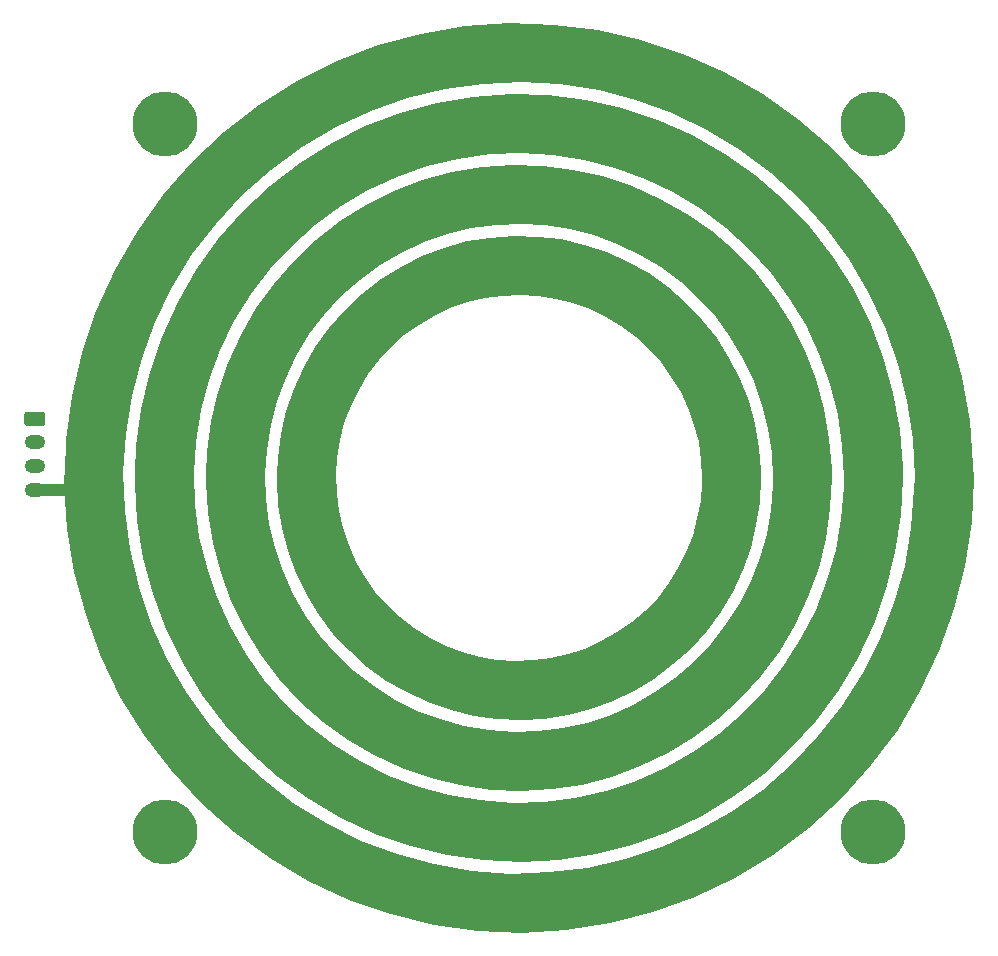
<source format=gbr>
G04 #@! TF.GenerationSoftware,KiCad,Pcbnew,(5.0.2)-1*
G04 #@! TF.CreationDate,2019-06-21T17:07:53-07:00*
G04 #@! TF.ProjectId,slip_ring,736c6970-5f72-4696-9e67-2e6b69636164,rev?*
G04 #@! TF.SameCoordinates,Original*
G04 #@! TF.FileFunction,Copper,L1,Top*
G04 #@! TF.FilePolarity,Positive*
%FSLAX46Y46*%
G04 Gerber Fmt 4.6, Leading zero omitted, Abs format (unit mm)*
G04 Created by KiCad (PCBNEW (5.0.2)-1) date 6/21/2019 5:07:53 PM*
%MOMM*%
%LPD*%
G01*
G04 APERTURE LIST*
G04 #@! TA.AperFunction,SMDPad,CuDef*
%ADD10C,5.000000*%
G04 #@! TD*
G04 #@! TA.AperFunction,Conductor*
%ADD11C,0.100000*%
G04 #@! TD*
G04 #@! TA.AperFunction,ComponentPad*
%ADD12O,1.750000X1.200000*%
G04 #@! TD*
G04 #@! TA.AperFunction,ComponentPad*
%ADD13C,1.200000*%
G04 #@! TD*
G04 #@! TA.AperFunction,WasherPad*
%ADD14C,5.500000*%
G04 #@! TD*
G04 #@! TA.AperFunction,ViaPad*
%ADD15C,1.200000*%
G04 #@! TD*
G04 #@! TA.AperFunction,Conductor*
%ADD16C,1.000000*%
G04 #@! TD*
G04 APERTURE END LIST*
D10*
G04 #@! TO.P,U1,4*
G04 #@! TO.N,Net-(J1-Pad4)*
X-36000000Y-45000000D03*
D11*
G04 #@! TD*
G04 #@! TO.N,Net-(J1-Pad4)*
G04 #@! TO.C,U1*
G36*
X2953683Y-6613469D02*
X6685455Y-7084902D01*
X10353413Y-7918241D01*
X13922546Y-9105534D01*
X17358785Y-10635446D01*
X20629332Y-12493375D01*
X23702967Y-14661586D01*
X26550352Y-17119383D01*
X29144310Y-19843307D01*
X31460079Y-22807356D01*
X33475555Y-25983238D01*
X35171500Y-29340639D01*
X36531726Y-32847512D01*
X37543250Y-36470383D01*
X38196416Y-40174671D01*
X38484989Y-43925017D01*
X38500000Y-45000000D01*
X38316255Y-48756942D01*
X37766773Y-52478023D01*
X36856801Y-56127724D01*
X35595022Y-59671209D01*
X33993482Y-63074655D01*
X32067468Y-66305575D01*
X29835363Y-69333128D01*
X27318473Y-72128417D01*
X24540824Y-74664760D01*
X21528927Y-76917947D01*
X18311532Y-78866470D01*
X14919350Y-80491731D01*
X11384760Y-81778217D01*
X7741500Y-82713647D01*
X4024346Y-83289093D01*
X268779Y-83499062D01*
X-3489354Y-83341549D01*
X-7214181Y-82818059D01*
X-10870146Y-81933588D01*
X-14422354Y-80696578D01*
X-17836897Y-79118838D01*
X-21081184Y-77215426D01*
X-24124247Y-75004512D01*
X-26937039Y-72507198D01*
X-29492711Y-69747323D01*
X-31766870Y-66751230D01*
X-33737807Y-63547516D01*
X-35386711Y-60166764D01*
X-36697841Y-56641241D01*
X-37658683Y-53004600D01*
X-38260065Y-49291554D01*
X-38496247Y-45537544D01*
X-38485746Y-45236822D01*
X-38496989Y-45122669D01*
X-38496989Y-44877331D01*
X-38472941Y-44633174D01*
X-38462904Y-44582712D01*
X-38461143Y-44532267D01*
X-33496735Y-44532267D01*
X-33382511Y-47803208D01*
X-32949644Y-51047391D01*
X-32202267Y-54233851D01*
X-31147512Y-57332173D01*
X-29795449Y-60312781D01*
X-28158981Y-63147225D01*
X-26253731Y-65808451D01*
X-24097883Y-68271055D01*
X-21712017Y-70511533D01*
X-19118905Y-72508499D01*
X-16343299Y-74242890D01*
X-13411693Y-75698151D01*
X-10352069Y-76860393D01*
X-7193633Y-77718521D01*
X-3966533Y-78264345D01*
X-701571Y-78492653D01*
X2570087Y-78401267D01*
X5817214Y-77991060D01*
X9008814Y-77265946D01*
X12114423Y-76232847D01*
X15104398Y-74901625D01*
X17950198Y-73284986D01*
X20624659Y-71398360D01*
X23102255Y-69259757D01*
X25359334Y-66889590D01*
X27374354Y-64310483D01*
X29128080Y-61547053D01*
X30603773Y-58625678D01*
X31787346Y-55574243D01*
X32667503Y-52421875D01*
X33235842Y-49198663D01*
X33486939Y-45935375D01*
X33500000Y-45000000D01*
X33340118Y-41730973D01*
X32861998Y-38493149D01*
X32070203Y-35317435D01*
X30972292Y-32234142D01*
X29578744Y-29272703D01*
X27902862Y-26461383D01*
X25960640Y-23827018D01*
X23770620Y-21394754D01*
X21353704Y-19187806D01*
X18732962Y-17227241D01*
X15933411Y-15531773D01*
X12981772Y-14117584D01*
X9906220Y-12998175D01*
X6736110Y-12184229D01*
X3501704Y-11683517D01*
X233872Y-11500816D01*
X-3036191Y-11637873D01*
X-6277274Y-12093377D01*
X-9458439Y-12862982D01*
X-12549321Y-13939341D01*
X-15520417Y-15312180D01*
X-18343368Y-16968395D01*
X-20991228Y-18892178D01*
X-23438722Y-21065165D01*
X-25662489Y-23466615D01*
X-27641302Y-26073605D01*
X-29356274Y-28861252D01*
X-30791034Y-31802946D01*
X-31931887Y-34870609D01*
X-32767945Y-38034958D01*
X-33291225Y-41265791D01*
X-33496735Y-44532267D01*
X-38461143Y-44532267D01*
X-38364975Y-41778403D01*
X-37867502Y-38050013D01*
X-37008575Y-34387962D01*
X-35796395Y-30827205D01*
X-34242530Y-27401730D01*
X-32361814Y-24144234D01*
X-30172198Y-21085810D01*
X-27694582Y-18255653D01*
X-24952616Y-15680775D01*
X-21972472Y-13385755D01*
X-18782597Y-11392500D01*
X-15413438Y-9720035D01*
X-11897154Y-8384324D01*
X-8267310Y-7398117D01*
X-4558553Y-6770828D01*
X-806283Y-6508444D01*
X2953683Y-6613469D01*
X2953683Y-6613469D01*
G37*
D10*
G04 #@! TO.P,U1,3*
G04 #@! TO.N,Net-(J1-Pad3)*
X-30000000Y-45000000D03*
D11*
G04 #@! TD*
G04 #@! TO.N,Net-(J1-Pad3)*
G04 #@! TO.C,U1*
G36*
X2493368Y-12595786D02*
X5643566Y-12993748D01*
X8739894Y-13697217D01*
X11752799Y-14699476D01*
X14653520Y-15990961D01*
X17414371Y-17559342D01*
X20008998Y-19389651D01*
X22412635Y-21464415D01*
X24602339Y-23763830D01*
X26557209Y-26265950D01*
X28258585Y-28946889D01*
X29690227Y-31781059D01*
X30838470Y-34741406D01*
X31692354Y-37799674D01*
X32243728Y-40926670D01*
X32487329Y-44092547D01*
X32500000Y-45000000D01*
X32344890Y-48171444D01*
X31881043Y-51312616D01*
X31112884Y-54393533D01*
X30047746Y-57384787D01*
X28695797Y-60257826D01*
X27069940Y-62985225D01*
X25185696Y-65540952D01*
X23061049Y-67900612D01*
X20716280Y-70041680D01*
X18173769Y-71943721D01*
X15457787Y-73588579D01*
X12594257Y-74960552D01*
X9610512Y-76046547D01*
X6535032Y-76836196D01*
X3397175Y-77321962D01*
X226891Y-77499208D01*
X-2945559Y-77366243D01*
X-6089893Y-76924336D01*
X-9176097Y-76177704D01*
X-12174714Y-75133475D01*
X-15057121Y-73801616D01*
X-17795805Y-72194840D01*
X-20364624Y-70328484D01*
X-22739059Y-68220362D01*
X-24896444Y-65890597D01*
X-26816189Y-63361428D01*
X-28479967Y-60656994D01*
X-29871899Y-57803112D01*
X-30978697Y-54827021D01*
X-31789797Y-51757130D01*
X-32297457Y-48622740D01*
X-32496832Y-45453771D01*
X-32488337Y-45210510D01*
X-32496989Y-45122669D01*
X-32496989Y-44877331D01*
X-32472941Y-44633174D01*
X-32469534Y-44616040D01*
X-27497319Y-44616040D01*
X-27403554Y-47301141D01*
X-27048215Y-49964276D01*
X-26434697Y-52580027D01*
X-25568853Y-55123425D01*
X-24458950Y-57570193D01*
X-23115582Y-59896976D01*
X-21551570Y-62081564D01*
X-19781845Y-64103105D01*
X-17823297Y-65942303D01*
X-15694623Y-67581603D01*
X-13416141Y-69005357D01*
X-11009598Y-70199975D01*
X-8497967Y-71154054D01*
X-5905221Y-71858488D01*
X-3256109Y-72306551D01*
X-575917Y-72493969D01*
X2109773Y-72418951D01*
X4775325Y-72082213D01*
X7395295Y-71486971D01*
X9944676Y-70638905D01*
X12399132Y-69546110D01*
X14735237Y-68219018D01*
X16930691Y-66670296D01*
X18964537Y-64914726D01*
X20817364Y-62969067D01*
X22471485Y-60851889D01*
X23911111Y-58583401D01*
X25122500Y-56185258D01*
X26094090Y-53680349D01*
X26816607Y-51092584D01*
X27283154Y-48446664D01*
X27489278Y-45767845D01*
X27500000Y-45000000D01*
X27368753Y-42316470D01*
X26976267Y-39658555D01*
X26326286Y-37051626D01*
X25425016Y-34520565D01*
X24281059Y-32089532D01*
X22905334Y-29781732D01*
X21310973Y-27619194D01*
X19513195Y-25622559D01*
X17529160Y-23810886D01*
X15377805Y-22201467D01*
X13079666Y-20809664D01*
X10656679Y-19648763D01*
X8131971Y-18729845D01*
X5529643Y-18061681D01*
X2874533Y-17650648D01*
X191985Y-17500670D01*
X-2492396Y-17613179D01*
X-5152986Y-17987101D01*
X-7764390Y-18618866D01*
X-10301681Y-19502444D01*
X-12740641Y-20629402D01*
X-15057989Y-21988981D01*
X-17231605Y-23568206D01*
X-19240742Y-25352001D01*
X-21066222Y-27323341D01*
X-22690621Y-29463407D01*
X-24098434Y-31751774D01*
X-25276222Y-34166597D01*
X-26212743Y-36684828D01*
X-26899059Y-39282429D01*
X-27328618Y-41934604D01*
X-27497319Y-44616040D01*
X-32469534Y-44616040D01*
X-32467162Y-44604118D01*
X-32386018Y-42280470D01*
X-31966073Y-39133128D01*
X-31241005Y-36041786D01*
X-30217736Y-33035952D01*
X-28906032Y-30144317D01*
X-27318415Y-27394483D01*
X-25470037Y-24812697D01*
X-23378544Y-22423603D01*
X-21063897Y-20250005D01*
X-18548191Y-18312651D01*
X-15855439Y-16630032D01*
X-13011344Y-15218211D01*
X-10043052Y-14090663D01*
X-6978898Y-13258151D01*
X-3848129Y-12728621D01*
X-680629Y-12507128D01*
X2493368Y-12595786D01*
X2493368Y-12595786D01*
G37*
D10*
G04 #@! TO.P,U1,2*
G04 #@! TO.N,Net-(J1-Pad2)*
X-24000000Y-45000000D03*
D11*
G04 #@! TD*
G04 #@! TO.N,Net-(J1-Pad2)*
G04 #@! TO.C,U1*
G36*
X2033054Y-18578102D02*
X4601677Y-18902595D01*
X7126375Y-19476192D01*
X9583051Y-20293419D01*
X11948255Y-21346476D01*
X14199410Y-22625310D01*
X16315029Y-24117715D01*
X18274918Y-25809446D01*
X20060369Y-27684354D01*
X21654340Y-29724544D01*
X23041616Y-31910541D01*
X24208955Y-34221479D01*
X25145214Y-36635301D01*
X25841458Y-39128965D01*
X26291040Y-41678669D01*
X26489668Y-44260077D01*
X26500000Y-45000000D01*
X26373526Y-47585947D01*
X25995312Y-50147210D01*
X25368967Y-52659343D01*
X24500470Y-55098365D01*
X23398111Y-57440996D01*
X22072413Y-59664876D01*
X20536029Y-61748777D01*
X18803625Y-63672807D01*
X16891736Y-65418601D01*
X14818612Y-66969496D01*
X12604042Y-68310687D01*
X10269163Y-69429374D01*
X7836263Y-70314877D01*
X5328565Y-70958744D01*
X2770004Y-71354830D01*
X185003Y-71499354D01*
X-2401763Y-71390937D01*
X-4965605Y-71030612D01*
X-7482049Y-70421820D01*
X-9927075Y-69570372D01*
X-12277345Y-68484395D01*
X-14510425Y-67174254D01*
X-16605001Y-65652456D01*
X-18541079Y-63933526D01*
X-20300178Y-62033872D01*
X-21865508Y-59971626D01*
X-23222127Y-57766472D01*
X-24357086Y-55439461D01*
X-25259553Y-53012802D01*
X-25920911Y-50509660D01*
X-26334850Y-47953927D01*
X-26497417Y-45369998D01*
X-26490929Y-45184198D01*
X-26496989Y-45122669D01*
X-26496989Y-44877331D01*
X-26479505Y-44699813D01*
X-21497904Y-44699813D01*
X-21424596Y-46799074D01*
X-21146787Y-48881162D01*
X-20667126Y-50926203D01*
X-19990194Y-52914678D01*
X-19122452Y-54827605D01*
X-18072182Y-56646727D01*
X-16849409Y-58354677D01*
X-15465806Y-59935155D01*
X-13934578Y-61373074D01*
X-12270342Y-62654708D01*
X-10488983Y-63767825D01*
X-8607504Y-64701799D01*
X-6643865Y-65447715D01*
X-4616810Y-65998454D01*
X-2545685Y-66348758D01*
X-450262Y-66495285D01*
X1649459Y-66436634D01*
X3733436Y-66173367D01*
X5781776Y-65707995D01*
X7774928Y-65044962D01*
X9693867Y-64190595D01*
X11520276Y-63153050D01*
X13236722Y-61942231D01*
X14826820Y-60569695D01*
X16275394Y-59048543D01*
X17568615Y-57393295D01*
X18694141Y-55619750D01*
X19641227Y-53744838D01*
X20400834Y-51786454D01*
X20965711Y-49763293D01*
X21330466Y-47694665D01*
X21491617Y-45600315D01*
X21500000Y-45000000D01*
X21397389Y-42901968D01*
X21090536Y-40823961D01*
X20582369Y-38785816D01*
X19877740Y-36806987D01*
X18983373Y-34906361D01*
X17907807Y-33102082D01*
X16661307Y-31411370D01*
X15255771Y-29850364D01*
X13704616Y-28433965D01*
X12022647Y-27175692D01*
X10225920Y-26087556D01*
X8331585Y-25179942D01*
X6357723Y-24461515D01*
X4323175Y-23939132D01*
X2247362Y-23617779D01*
X150097Y-23500524D01*
X-1948600Y-23588485D01*
X-4028698Y-23880824D01*
X-6070341Y-24374750D01*
X-8054042Y-25065547D01*
X-9960865Y-25946623D01*
X-11772609Y-27009567D01*
X-13471982Y-28244234D01*
X-15042762Y-29638837D01*
X-16469956Y-31180066D01*
X-17739940Y-32853209D01*
X-18840594Y-34642296D01*
X-19761410Y-36530249D01*
X-20493599Y-38499047D01*
X-21030173Y-40529899D01*
X-21366010Y-42603418D01*
X-21497904Y-44699813D01*
X-26479505Y-44699813D01*
X-26472941Y-44633174D01*
X-26471419Y-44625522D01*
X-26407061Y-42782537D01*
X-26064644Y-40216243D01*
X-25473435Y-37695610D01*
X-24639077Y-35244699D01*
X-23569534Y-32886905D01*
X-22275015Y-30644732D01*
X-20767877Y-28539584D01*
X-19062505Y-26591553D01*
X-17175177Y-24819235D01*
X-15123910Y-23239546D01*
X-12928281Y-21867565D01*
X-10609249Y-20716388D01*
X-8188950Y-19797002D01*
X-5690486Y-19118185D01*
X-3137705Y-18686414D01*
X-554974Y-18505812D01*
X2033054Y-18578102D01*
X2033054Y-18578102D01*
G37*
D10*
G04 #@! TO.P,U1,1*
G04 #@! TO.N,Net-(J1-Pad1)*
X-18000000Y-45000000D03*
D11*
G04 #@! TD*
G04 #@! TO.N,Net-(J1-Pad1)*
G04 #@! TO.C,U1*
G36*
X1572740Y-24560419D02*
X3559788Y-24811441D01*
X5512856Y-25255167D01*
X7413304Y-25887362D01*
X9242990Y-26701991D01*
X10984449Y-27691278D01*
X12621060Y-28845780D01*
X14137201Y-30154477D01*
X15518399Y-31604878D01*
X16751470Y-33183138D01*
X17824646Y-34874192D01*
X18727682Y-36661899D01*
X19451958Y-38529195D01*
X19990562Y-40458256D01*
X20338351Y-42430669D01*
X20492007Y-44427606D01*
X20500000Y-45000000D01*
X20402162Y-47000449D01*
X20109581Y-48981804D01*
X19625050Y-50925152D01*
X18953194Y-52811943D01*
X18100426Y-54624167D01*
X17074885Y-56344527D01*
X15886362Y-57956601D01*
X14546200Y-59445001D01*
X13067192Y-60795521D01*
X11463455Y-61995270D01*
X9750296Y-63032796D01*
X7944070Y-63898195D01*
X6062015Y-64583206D01*
X4122097Y-65081293D01*
X2142833Y-65387699D01*
X143116Y-65499500D01*
X-1857968Y-65415630D01*
X-3841317Y-65136889D01*
X-5788000Y-64665936D01*
X-7679435Y-64007269D01*
X-9497569Y-63167173D01*
X-11225046Y-62153668D01*
X-12845378Y-60976428D01*
X-14343098Y-59646690D01*
X-15703911Y-58177146D01*
X-16914827Y-56581824D01*
X-17964287Y-54875950D01*
X-18842274Y-53075809D01*
X-19540409Y-51198583D01*
X-20052026Y-49262190D01*
X-20372242Y-47285113D01*
X-20498002Y-45286225D01*
X-20493520Y-45157886D01*
X-20496989Y-45122669D01*
X-20496989Y-44877331D01*
X-20487756Y-44783586D01*
X-15498489Y-44783586D01*
X-15445639Y-46297007D01*
X-15245358Y-47798047D01*
X-14899556Y-49272379D01*
X-14411536Y-50705931D01*
X-13785954Y-52085018D01*
X-13028782Y-53396477D01*
X-12147249Y-54627791D01*
X-11149767Y-55767205D01*
X-10045858Y-56803844D01*
X-8846060Y-57727813D01*
X-7561825Y-58530292D01*
X-6205410Y-59203622D01*
X-4789763Y-59741376D01*
X-3328398Y-60138420D01*
X-1835262Y-60390965D01*
X-324608Y-60496601D01*
X1189145Y-60454318D01*
X2691547Y-60264520D01*
X4168257Y-59929020D01*
X5605181Y-59451019D01*
X6988602Y-58835080D01*
X8305315Y-58087083D01*
X9542753Y-57214167D01*
X10689103Y-56224664D01*
X11733423Y-55128019D01*
X12665746Y-53934701D01*
X13477171Y-52656099D01*
X14159955Y-51304418D01*
X14707578Y-49892560D01*
X15114815Y-48434002D01*
X15377778Y-46942665D01*
X15493957Y-45432785D01*
X15500000Y-45000000D01*
X15426025Y-43487465D01*
X15204805Y-41989368D01*
X14838452Y-40520007D01*
X14330464Y-39093409D01*
X13685688Y-37723191D01*
X12910279Y-36422431D01*
X12011640Y-35203546D01*
X10998346Y-34078170D01*
X9880072Y-33057045D01*
X8667490Y-32149918D01*
X7372175Y-31365447D01*
X6006492Y-30711121D01*
X4583475Y-30193185D01*
X3116708Y-29816584D01*
X1620191Y-29584911D01*
X108210Y-29500378D01*
X-1404805Y-29563792D01*
X-2904410Y-29774548D01*
X-4376293Y-30130633D01*
X-5806402Y-30628650D01*
X-7181089Y-31263845D01*
X-8487230Y-32030153D01*
X-9712359Y-32920262D01*
X-10844782Y-33925673D01*
X-11873689Y-35036792D01*
X-12789259Y-36243011D01*
X-13582754Y-37532818D01*
X-14246598Y-38893900D01*
X-14774455Y-40313267D01*
X-15161288Y-41777369D01*
X-15403403Y-43272232D01*
X-15498489Y-44783586D01*
X-20487756Y-44783586D01*
X-20476436Y-44668661D01*
X-20428104Y-43284604D01*
X-20163215Y-41299358D01*
X-19705865Y-39349434D01*
X-19060418Y-37453447D01*
X-18233036Y-35629492D01*
X-17231615Y-33894982D01*
X-16065716Y-32266471D01*
X-14746466Y-30759503D01*
X-13286458Y-29388465D01*
X-11699628Y-28166441D01*
X-10001123Y-27105097D01*
X-8207155Y-26214564D01*
X-6334848Y-25503341D01*
X-4402074Y-24978218D01*
X-2427281Y-24644207D01*
X-429320Y-24504496D01*
X1572740Y-24560419D01*
X1572740Y-24560419D01*
G37*
D12*
G04 #@! TO.P,J1,4*
G04 #@! TO.N,Net-(J1-Pad4)*
X-41000000Y-46000000D03*
G04 #@! TO.P,J1,3*
G04 #@! TO.N,Net-(J1-Pad3)*
X-41000000Y-44000000D03*
G04 #@! TO.P,J1,2*
G04 #@! TO.N,Net-(J1-Pad2)*
X-41000000Y-42000000D03*
D11*
G04 #@! TD*
G04 #@! TO.N,Net-(J1-Pad1)*
G04 #@! TO.C,J1*
G36*
X-40350495Y-39401204D02*
X-40326227Y-39404804D01*
X-40302428Y-39410765D01*
X-40279329Y-39419030D01*
X-40257150Y-39429520D01*
X-40236107Y-39442132D01*
X-40216401Y-39456747D01*
X-40198223Y-39473223D01*
X-40181747Y-39491401D01*
X-40167132Y-39511107D01*
X-40154520Y-39532150D01*
X-40144030Y-39554329D01*
X-40135765Y-39577428D01*
X-40129804Y-39601227D01*
X-40126204Y-39625495D01*
X-40125000Y-39649999D01*
X-40125000Y-40350001D01*
X-40126204Y-40374505D01*
X-40129804Y-40398773D01*
X-40135765Y-40422572D01*
X-40144030Y-40445671D01*
X-40154520Y-40467850D01*
X-40167132Y-40488893D01*
X-40181747Y-40508599D01*
X-40198223Y-40526777D01*
X-40216401Y-40543253D01*
X-40236107Y-40557868D01*
X-40257150Y-40570480D01*
X-40279329Y-40580970D01*
X-40302428Y-40589235D01*
X-40326227Y-40595196D01*
X-40350495Y-40598796D01*
X-40374999Y-40600000D01*
X-41625001Y-40600000D01*
X-41649505Y-40598796D01*
X-41673773Y-40595196D01*
X-41697572Y-40589235D01*
X-41720671Y-40580970D01*
X-41742850Y-40570480D01*
X-41763893Y-40557868D01*
X-41783599Y-40543253D01*
X-41801777Y-40526777D01*
X-41818253Y-40508599D01*
X-41832868Y-40488893D01*
X-41845480Y-40467850D01*
X-41855970Y-40445671D01*
X-41864235Y-40422572D01*
X-41870196Y-40398773D01*
X-41873796Y-40374505D01*
X-41875000Y-40350001D01*
X-41875000Y-39649999D01*
X-41873796Y-39625495D01*
X-41870196Y-39601227D01*
X-41864235Y-39577428D01*
X-41855970Y-39554329D01*
X-41845480Y-39532150D01*
X-41832868Y-39511107D01*
X-41818253Y-39491401D01*
X-41801777Y-39473223D01*
X-41783599Y-39456747D01*
X-41763893Y-39442132D01*
X-41742850Y-39429520D01*
X-41720671Y-39419030D01*
X-41697572Y-39410765D01*
X-41673773Y-39404804D01*
X-41649505Y-39401204D01*
X-41625001Y-39400000D01*
X-40374999Y-39400000D01*
X-40350495Y-39401204D01*
X-40350495Y-39401204D01*
G37*
D13*
G04 #@! TO.P,J1,1*
G04 #@! TO.N,Net-(J1-Pad1)*
X-41000000Y-40000000D03*
G04 #@! TD*
D14*
G04 #@! TO.P,H1,*
G04 #@! TO.N,*
X30000000Y-75000000D03*
G04 #@! TD*
G04 #@! TO.P,H2,*
G04 #@! TO.N,*
X-30000000Y-75000000D03*
G04 #@! TD*
G04 #@! TO.P,H3,*
G04 #@! TO.N,*
X-30000000Y-15000000D03*
G04 #@! TD*
G04 #@! TO.P,H4,*
G04 #@! TO.N,*
X30000000Y-15000000D03*
G04 #@! TD*
D15*
G04 #@! TO.N,Net-(J1-Pad1)*
X-17500000Y-40000000D03*
G04 #@! TO.N,Net-(J1-Pad2)*
X-24000000Y-42000000D03*
G04 #@! TO.N,Net-(J1-Pad3)*
X-30000000Y-44000000D03*
G04 #@! TD*
D16*
G04 #@! TO.N,Net-(J1-Pad4)*
X-41000000Y-46000000D02*
X-36500000Y-46000000D01*
G04 #@! TD*
M02*

</source>
